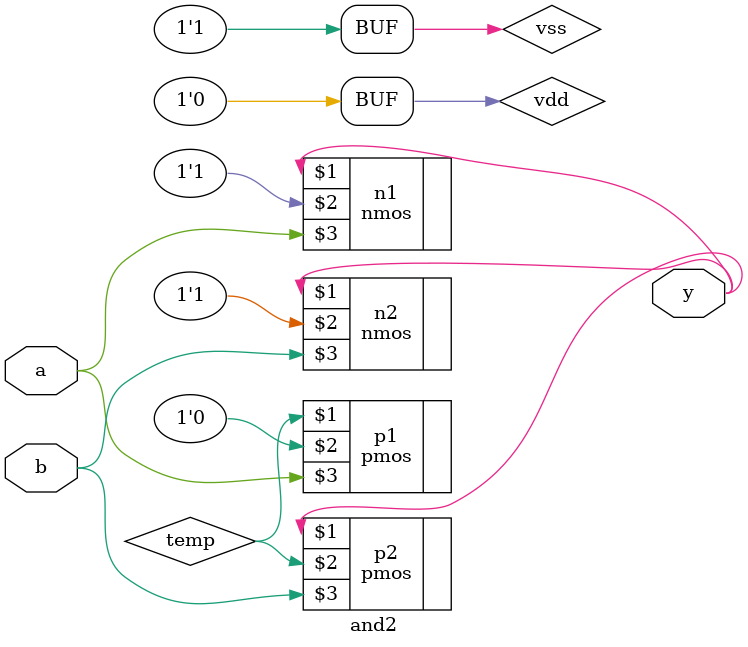
<source format=v>
`timescale 1ns / 1ps

module and2(
    input a,b,
    output y
    );
    
    wire temp;
    
    supply0 vdd;
    supply1 vss;
    
    pmos p1 (temp, vdd, a);
    pmos p2 (y, temp, b);
    
    nmos n1 (y,vss,a);
    nmos n2 (y,vss,b);
    
    
endmodule

</source>
